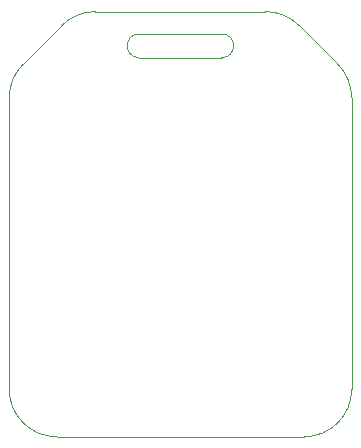
<source format=gbr>
%TF.GenerationSoftware,KiCad,Pcbnew,(6.0.7-1)-1*%
%TF.CreationDate,2022-09-29T17:50:23+03:00*%
%TF.ProjectId,Flux_Capacitor_Micro,466c7578-5f43-4617-9061-6369746f725f,3.0A*%
%TF.SameCoordinates,PX86594f8PY6db8610*%
%TF.FileFunction,Profile,NP*%
%FSLAX46Y46*%
G04 Gerber Fmt 4.6, Leading zero omitted, Abs format (unit mm)*
G04 Created by KiCad (PCBNEW (6.0.7-1)-1) date 2022-09-29 17:50:23*
%MOMM*%
%LPD*%
G01*
G04 APERTURE LIST*
%TA.AperFunction,Profile*%
%ADD10C,0.100000*%
%TD*%
G04 APERTURE END LIST*
D10*
X24975000Y0D02*
X4025000Y0D01*
X24546105Y34821105D02*
G75*
G03*
X21700000Y36000000I-2846105J-2846105D01*
G01*
X1178895Y31546105D02*
G75*
G03*
X0Y28700000I2846105J-2846105D01*
G01*
X11000000Y34100000D02*
X18000000Y34100000D01*
X7300000Y36000000D02*
G75*
G03*
X4453895Y34821105I0J-4025000D01*
G01*
X29000000Y28700000D02*
G75*
G03*
X27821105Y31546105I-4025000J0D01*
G01*
X24975000Y0D02*
G75*
G03*
X29000000Y4025000I0J4025000D01*
G01*
X18000000Y32100000D02*
X11000000Y32100000D01*
X27821105Y31546105D02*
X24546105Y34821105D01*
X0Y4025000D02*
X0Y28700000D01*
X29000000Y28700000D02*
X29000000Y4025000D01*
X7300000Y36000000D02*
X21700000Y36000000D01*
X18000000Y32100000D02*
G75*
G03*
X18000000Y34100000I0J1000000D01*
G01*
X4453895Y34821105D02*
X1178895Y31546105D01*
X0Y4025000D02*
G75*
G03*
X4025000Y0I4025000J0D01*
G01*
X11000000Y34100000D02*
G75*
G03*
X11000000Y32100000I0J-1000000D01*
G01*
M02*

</source>
